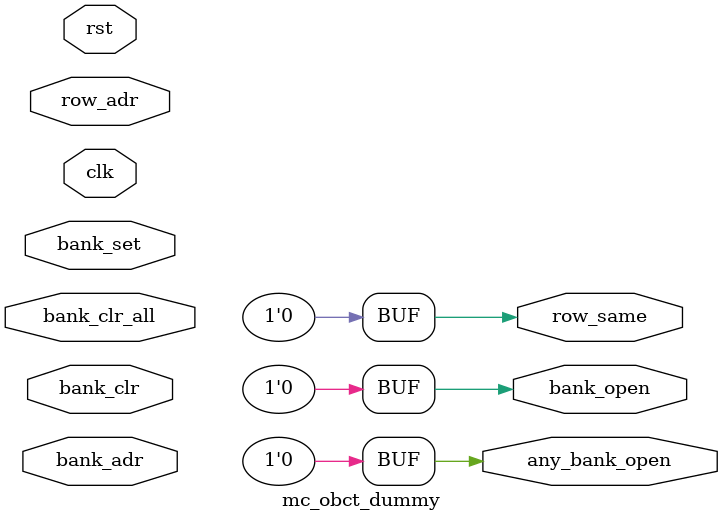
<source format=v>
/*#############################################################################################
#                                                   					      #
#                                                   					      #
#############      Copyright (C) 2012-2019 VLSIGuru Training Institute        #################
#                                                   					      #
###### www.vlsiguru.com | contact@vlsiguru.com | +91-9986194191 | Horamavu, Bangalore  ########
#                                                   					      #
###### This Code is part of Mentor HEP-2019 Program.                                      #####
###### This Code is proprietery of Mentor Graphics and VLSIGuru Training Institute.       #####
###### This code can't be reused or distributed without prior consent from Mentor Graphics ####
###### and/or VLSIGuru Training Institute. 												######
#                                                   					      #
#                                                   					      #
##############################################################################################*/
/////////////////////////////////////////////////////////////////////
////                                                             ////
////  WISHBONE Memory Controller                                 ////
////  Open Bank & Row Tracking Block                             ////
////                                                             ////
////                                                             ////
////  Author: Rudolf Usselmann                                   ////
////          rudi@asics.ws                                      ////
////                                                             ////
////                                                             ////
////  Downloaded from: http://www.opencores.org/cores/mem_ctrl/  ////
////                                                             ////
/////////////////////////////////////////////////////////////////////
////                                                             ////
//// Copyright (C) 2000-2002 Rudolf Usselmann                    ////
////                         www.asics.ws                        ////
////                         rudi@asics.ws                       ////
////                                                             ////
//// This source file may be used and distributed without        ////
//// restriction provided that this copyright statement is not   ////
//// removed from the file and that any derivative work contains ////
//// the original copyright notice and the associated disclaimer.////
////                                                             ////
////     THIS SOFTWARE IS PROVIDED ``AS IS'' AND WITHOUT ANY     ////
//// EXPRESS OR IMPLIED WARRANTIES, INCLUDING, BUT NOT LIMITED   ////
//// TO, THE IMPLIED WARRANTIES OF MERCHANTABILITY AND FITNESS   ////
//// FOR A PARTICULAR PURPOSE. IN NO EVENT SHALL THE AUTHOR      ////
//// OR CONTRIBUTORS BE LIABLE FOR ANY DIRECT, INDIRECT,         ////
//// INCIDENTAL, SPECIAL, EXEMPLARY, OR CONSEQUENTIAL DAMAGES    ////
//// (INCLUDING, BUT NOT LIMITED TO, PROCUREMENT OF SUBSTITUTE   ////
//// GOODS OR SERVICES; LOSS OF USE, DATA, OR PROFITS; OR        ////
//// BUSINESS INTERRUPTION) HOWEVER CAUSED AND ON ANY THEORY OF  ////
//// LIABILITY, WHETHER IN  CONTRACT, STRICT LIABILITY, OR TORT  ////
//// (INCLUDING NEGLIGENCE OR OTHERWISE) ARISING IN ANY WAY OUT  ////
//// OF THE USE OF THIS SOFTWARE, EVEN IF ADVISED OF THE         ////
//// POSSIBILITY OF SUCH DAMAGE.                                 ////
////                                                             ////
/////////////////////////////////////////////////////////////////////

//  CVS Log
//
//  $Id: mc_obct.v,v 1.1 2007/07/16 06:44:32 sreddy Exp $
//
//  $Date: 2007/07/16 06:44:32 $
//  $Revision: 1.1 $
//  $Author: sreddy $
//  $Locker:  $
//  $State: Exp $
//
// Change History:
//               $Log: mc_obct.v,v $
//               Revision 1.1  2007/07/16 06:44:32  sreddy
//               Initial version
//
//               Revision 1.4  2002/01/21 13:08:52  rudi
//
//               Fixed several minor bugs, cleaned up the code further ...
//
//               Revision 1.3  2001/11/29 02:16:28  rudi
//
//
//               - More Synthesis cleanup, mostly for speed
//               - Several bug fixes
//               - Changed code to avoid auto-precharge and
//                 burst-terminate combinations (apparently illegal ?)
//                 Now we will do a manual precharge ...
//
//               Revision 1.2  2001/09/24 00:38:21  rudi
//
//               Changed Reset to be active high and async.
//
//               Revision 1.1  2001/07/29 07:34:41  rudi
//
//
//               1) Changed Directory Structure
//               2) Fixed several minor bugs
//
//               Revision 1.3  2001/06/12 15:19:49  rudi
//
//
//               Minor changes after running lint, and a small bug fix reading csr and ba_mask registers.
//
//               Revision 1.2  2001/06/03 11:37:17  rudi
//
//
//               1) Fixed Chip Select Mask Register
//               	- Power On Value is now all ones
//               	- Comparison Logic is now correct
//
//               2) All resets are now asynchronous
//
//               3) Converted Power On Delay to an configurable item
//
//               4) Added reset to Chip Select Output Registers
//
//               5) Forcing all outputs to Hi-Z state during reset
//
//               Revision 1.1.1.1  2001/05/13 09:39:45  rudi
//               Created Directory Structure
//
//
//
//

`include "mc_defines.v"

module mc_obct(clk, rst, row_adr, bank_adr, bank_set, bank_clr, bank_clr_all,
		bank_open, any_bank_open, row_same);
input		clk, rst;
input	[12:0]	row_adr;
input	[1:0]	bank_adr;
input		bank_set;
input		bank_clr;
input		bank_clr_all;
output		bank_open;
output		any_bank_open;
output		row_same;

////////////////////////////////////////////////////////////////////
//
// Local Registers & Wires
//

reg		bank0_open, bank1_open, bank2_open, bank3_open;
reg		bank_open;
reg	[12:0]	b0_last_row;
reg	[12:0]	b1_last_row;
reg	[12:0]	b2_last_row;
reg	[12:0]	b3_last_row;
wire		row0_same, row1_same, row2_same, row3_same;
reg		row_same;

////////////////////////////////////////////////////////////////////
//
// Bank Open/Closed Tracking
//

always @(posedge clk or posedge rst)
	if(rst)					bank0_open <= #1 1'b0;
	else
	if((bank_adr == 2'h0) & bank_set)	bank0_open <= #1 1'b1;
	else
	if((bank_adr == 2'h0) & bank_clr)	bank0_open <= #1 1'b0;
	else
	if(bank_clr_all)			bank0_open <= #1 1'b0;

always @(posedge clk or posedge rst)
	if(rst)					bank1_open <= #1 1'b0;
	else
	if((bank_adr == 2'h1) & bank_set)	bank1_open <= #1 1'b1;
	else
	if((bank_adr == 2'h1) & bank_clr)	bank1_open <= #1 1'b0;
	else
	if(bank_clr_all)			bank1_open <= #1 1'b0;

always @(posedge clk or posedge rst)
	if(rst)					bank2_open <= #1 1'b0;
	else
	if((bank_adr == 2'h2) & bank_set)	bank2_open <= #1 1'b1;
	else
	if((bank_adr == 2'h2) & bank_clr)	bank2_open <= #1 1'b0;
	else
	if(bank_clr_all)			bank2_open <= #1 1'b0;

always @(posedge clk or posedge rst)
	if(rst)					bank3_open <= #1 1'b0;
	else
	if((bank_adr == 2'h3) & bank_set)	bank3_open <= #1 1'b1;
	else
	if((bank_adr == 2'h3) & bank_clr)	bank3_open <= #1 1'b0;
	else
	if(bank_clr_all)			bank3_open <= #1 1'b0;

always @(bank_adr or bank0_open or bank1_open or bank2_open or bank3_open)
	case(bank_adr)		// synopsys full_case parallel_case
	   2'h0: bank_open = bank0_open;
	   2'h1: bank_open = bank1_open;
	   2'h2: bank_open = bank2_open;
	   2'h3: bank_open = bank3_open;
	endcase

assign any_bank_open = bank0_open | bank1_open | bank2_open | bank3_open;

////////////////////////////////////////////////////////////////////
//
// Raw Address Tracking
//

always @(posedge clk)
	if((bank_adr == 2'h0) & bank_set)	b0_last_row <= #1 row_adr;

always @(posedge clk)
	if((bank_adr == 2'h1) & bank_set)	b1_last_row <= #1 row_adr;

always @(posedge clk)
	if((bank_adr == 2'h2) & bank_set)	b2_last_row <= #1 row_adr;

always @(posedge clk)
	if((bank_adr == 2'h3) & bank_set)	b3_last_row <= #1 row_adr;

////////////////////////////////////////////////////////////////////
//
// Raw address checking
//

assign row0_same = (b0_last_row == row_adr);
assign row1_same = (b1_last_row == row_adr);
assign row2_same = (b2_last_row == row_adr);
assign row3_same = (b3_last_row == row_adr);

always @(bank_adr or row0_same or row1_same or row2_same or row3_same)
	case(bank_adr)		// synopsys full_case parallel_case
	   2'h0: row_same = row0_same;
	   2'h1: row_same = row1_same;
	   2'h2: row_same = row2_same;
	   2'h3: row_same = row3_same;
	endcase

endmodule


// This is used for unused Chip Selects
module mc_obct_dummy(clk, rst, row_adr, bank_adr, bank_set, bank_clr, bank_clr_all,
		bank_open, any_bank_open, row_same);
input		clk, rst;
input	[12:0]	row_adr;
input	[1:0]	bank_adr;
input		bank_set;
input		bank_clr;
input		bank_clr_all;
output		bank_open;
output		any_bank_open;
output		row_same;

assign bank_open = 1'b0;
assign any_bank_open = 1'b0;
assign row_same = 1'b0;

endmodule

</source>
